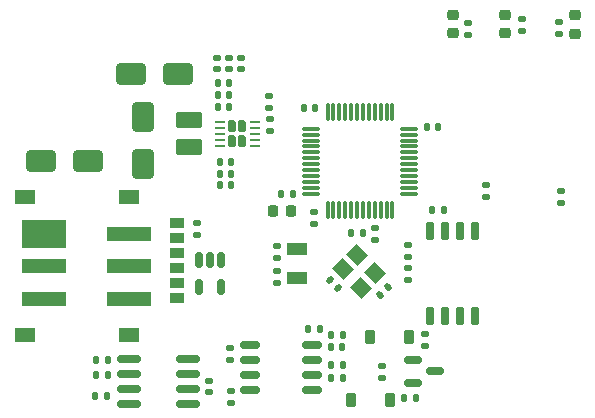
<source format=gbr>
G04 #@! TF.GenerationSoftware,KiCad,Pcbnew,7.0.2*
G04 #@! TF.CreationDate,2023-12-12T10:52:04+03:00*
G04 #@! TF.ProjectId,GPS_MODULE_V3.kicad_pro,4750535f-4d4f-4445-954c-455f56332e6b,rev?*
G04 #@! TF.SameCoordinates,Original*
G04 #@! TF.FileFunction,Paste,Top*
G04 #@! TF.FilePolarity,Positive*
%FSLAX46Y46*%
G04 Gerber Fmt 4.6, Leading zero omitted, Abs format (unit mm)*
G04 Created by KiCad (PCBNEW 7.0.2) date 2023-12-12 10:52:04*
%MOMM*%
%LPD*%
G01*
G04 APERTURE LIST*
G04 Aperture macros list*
%AMRoundRect*
0 Rectangle with rounded corners*
0 $1 Rounding radius*
0 $2 $3 $4 $5 $6 $7 $8 $9 X,Y pos of 4 corners*
0 Add a 4 corners polygon primitive as box body*
4,1,4,$2,$3,$4,$5,$6,$7,$8,$9,$2,$3,0*
0 Add four circle primitives for the rounded corners*
1,1,$1+$1,$2,$3*
1,1,$1+$1,$4,$5*
1,1,$1+$1,$6,$7*
1,1,$1+$1,$8,$9*
0 Add four rect primitives between the rounded corners*
20,1,$1+$1,$2,$3,$4,$5,0*
20,1,$1+$1,$4,$5,$6,$7,0*
20,1,$1+$1,$6,$7,$8,$9,0*
20,1,$1+$1,$8,$9,$2,$3,0*%
%AMRotRect*
0 Rectangle, with rotation*
0 The origin of the aperture is its center*
0 $1 length*
0 $2 width*
0 $3 Rotation angle, in degrees counterclockwise*
0 Add horizontal line*
21,1,$1,$2,0,0,$3*%
G04 Aperture macros list end*
%ADD10R,1.800000X1.000000*%
%ADD11RoundRect,0.140000X0.021213X-0.219203X0.219203X-0.021213X-0.021213X0.219203X-0.219203X0.021213X0*%
%ADD12RoundRect,0.250000X-0.650000X1.000000X-0.650000X-1.000000X0.650000X-1.000000X0.650000X1.000000X0*%
%ADD13RoundRect,0.140000X-0.170000X0.140000X-0.170000X-0.140000X0.170000X-0.140000X0.170000X0.140000X0*%
%ADD14RoundRect,0.135000X-0.185000X0.135000X-0.185000X-0.135000X0.185000X-0.135000X0.185000X0.135000X0*%
%ADD15RoundRect,0.135000X-0.135000X-0.185000X0.135000X-0.185000X0.135000X0.185000X-0.135000X0.185000X0*%
%ADD16RoundRect,0.140000X-0.140000X-0.170000X0.140000X-0.170000X0.140000X0.170000X-0.140000X0.170000X0*%
%ADD17RoundRect,0.140000X0.219203X0.021213X0.021213X0.219203X-0.219203X-0.021213X-0.021213X-0.219203X0*%
%ADD18RoundRect,0.140000X0.140000X0.170000X-0.140000X0.170000X-0.140000X-0.170000X0.140000X-0.170000X0*%
%ADD19RoundRect,0.218750X-0.256250X0.218750X-0.256250X-0.218750X0.256250X-0.218750X0.256250X0.218750X0*%
%ADD20RoundRect,0.150000X-0.587500X-0.150000X0.587500X-0.150000X0.587500X0.150000X-0.587500X0.150000X0*%
%ADD21RoundRect,0.135000X0.135000X0.185000X-0.135000X0.185000X-0.135000X-0.185000X0.135000X-0.185000X0*%
%ADD22RoundRect,0.218750X0.256250X-0.218750X0.256250X0.218750X-0.256250X0.218750X-0.256250X-0.218750X0*%
%ADD23RoundRect,0.172500X-0.172500X-0.332500X0.172500X-0.332500X0.172500X0.332500X-0.172500X0.332500X0*%
%ADD24RoundRect,0.062500X-0.350000X-0.062500X0.350000X-0.062500X0.350000X0.062500X-0.350000X0.062500X0*%
%ADD25RoundRect,0.135000X0.185000X-0.135000X0.185000X0.135000X-0.185000X0.135000X-0.185000X-0.135000X0*%
%ADD26RoundRect,0.150000X-0.150000X0.650000X-0.150000X-0.650000X0.150000X-0.650000X0.150000X0.650000X0*%
%ADD27RotRect,1.400000X1.200000X135.000000*%
%ADD28RoundRect,0.250000X1.000000X0.650000X-1.000000X0.650000X-1.000000X-0.650000X1.000000X-0.650000X0*%
%ADD29RoundRect,0.075000X0.075000X-0.662500X0.075000X0.662500X-0.075000X0.662500X-0.075000X-0.662500X0*%
%ADD30RoundRect,0.075000X0.662500X-0.075000X0.662500X0.075000X-0.662500X0.075000X-0.662500X-0.075000X0*%
%ADD31RoundRect,0.150000X0.825000X0.150000X-0.825000X0.150000X-0.825000X-0.150000X0.825000X-0.150000X0*%
%ADD32RoundRect,0.150000X-0.150000X0.512500X-0.150000X-0.512500X0.150000X-0.512500X0.150000X0.512500X0*%
%ADD33RoundRect,0.218750X-0.218750X-0.256250X0.218750X-0.256250X0.218750X0.256250X-0.218750X0.256250X0*%
%ADD34RoundRect,0.225000X-0.225000X-0.375000X0.225000X-0.375000X0.225000X0.375000X-0.225000X0.375000X0*%
%ADD35R,3.700000X2.400000*%
%ADD36R,3.700000X1.300000*%
%ADD37R,1.200000X0.900000*%
%ADD38R,1.800000X1.300000*%
%ADD39RoundRect,0.140000X0.170000X-0.140000X0.170000X0.140000X-0.170000X0.140000X-0.170000X-0.140000X0*%
%ADD40RoundRect,0.250001X0.849999X-0.462499X0.849999X0.462499X-0.849999X0.462499X-0.849999X-0.462499X0*%
%ADD41RoundRect,0.250000X-1.000000X-0.650000X1.000000X-0.650000X1.000000X0.650000X-1.000000X0.650000X0*%
%ADD42RoundRect,0.150000X-0.675000X-0.150000X0.675000X-0.150000X0.675000X0.150000X-0.675000X0.150000X0*%
G04 APERTURE END LIST*
D10*
X248400000Y-94950000D03*
X248400000Y-92450000D03*
D11*
X255432320Y-96382045D03*
X256111142Y-95703223D03*
D12*
X235300000Y-81300000D03*
X235300000Y-85300000D03*
D13*
X241600000Y-76320000D03*
X241600000Y-77280000D03*
D14*
X270710000Y-87590000D03*
X270710000Y-88610000D03*
D15*
X252910000Y-91110000D03*
X253930000Y-91110000D03*
D16*
X241845000Y-87105000D03*
X242805000Y-87105000D03*
X241665000Y-79445000D03*
X242625000Y-79445000D03*
D17*
X251869411Y-95769411D03*
X251190589Y-95090589D03*
D18*
X260770000Y-89200000D03*
X259810000Y-89200000D03*
D19*
X271930000Y-72703776D03*
X271930000Y-74278776D03*
D20*
X258202500Y-101900000D03*
X258202500Y-103800000D03*
X260077500Y-102850000D03*
D21*
X258470000Y-105110000D03*
X257450000Y-105110000D03*
D16*
X241835000Y-85135000D03*
X242795000Y-85135000D03*
D22*
X265970000Y-74237500D03*
X265970000Y-72662500D03*
D23*
X242900000Y-82100000D03*
X242900000Y-83350000D03*
X243750000Y-82100000D03*
X243750000Y-83350000D03*
D24*
X241862500Y-81725000D03*
X241862500Y-82225000D03*
X241862500Y-82725000D03*
X241862500Y-83225000D03*
X241862500Y-83725000D03*
X244787500Y-83725000D03*
X244787500Y-83225000D03*
X244787500Y-82725000D03*
X244787500Y-82225000D03*
X244787500Y-81725000D03*
D13*
X249800000Y-89370000D03*
X249800000Y-90330000D03*
D25*
X259200000Y-100710000D03*
X259200000Y-99690000D03*
D26*
X263405000Y-90950000D03*
X262135000Y-90950000D03*
X260865000Y-90950000D03*
X259595000Y-90950000D03*
X259595000Y-98150000D03*
X260865000Y-98150000D03*
X262135000Y-98150000D03*
X263405000Y-98150000D03*
D27*
X255000000Y-94550000D03*
X253444365Y-92994365D03*
X252242284Y-94196446D03*
X253797919Y-95752081D03*
D28*
X238300000Y-77700000D03*
X234300000Y-77700000D03*
D18*
X232330000Y-101850000D03*
X231370000Y-101850000D03*
D29*
X250950000Y-89212500D03*
X251450000Y-89212500D03*
X251950000Y-89212500D03*
X252450000Y-89212500D03*
X252950000Y-89212500D03*
X253450000Y-89212500D03*
X253950000Y-89212500D03*
X254450000Y-89212500D03*
X254950000Y-89212500D03*
X255450000Y-89212500D03*
X255950000Y-89212500D03*
X256450000Y-89212500D03*
D30*
X257862500Y-87800000D03*
X257862500Y-87300000D03*
X257862500Y-86800000D03*
X257862500Y-86300000D03*
X257862500Y-85800000D03*
X257862500Y-85300000D03*
X257862500Y-84800000D03*
X257862500Y-84300000D03*
X257862500Y-83800000D03*
X257862500Y-83300000D03*
X257862500Y-82800000D03*
X257862500Y-82300000D03*
D29*
X256450000Y-80887500D03*
X255950000Y-80887500D03*
X255450000Y-80887500D03*
X254950000Y-80887500D03*
X254450000Y-80887500D03*
X253950000Y-80887500D03*
X253450000Y-80887500D03*
X252950000Y-80887500D03*
X252450000Y-80887500D03*
X251950000Y-80887500D03*
X251450000Y-80887500D03*
X250950000Y-80887500D03*
D30*
X249537500Y-82300000D03*
X249537500Y-82800000D03*
X249537500Y-83300000D03*
X249537500Y-83800000D03*
X249537500Y-84300000D03*
X249537500Y-84800000D03*
X249537500Y-85300000D03*
X249537500Y-85800000D03*
X249537500Y-86300000D03*
X249537500Y-86800000D03*
X249537500Y-87300000D03*
X249537500Y-87800000D03*
D31*
X239100000Y-105650000D03*
X239100000Y-104380000D03*
X239100000Y-103110000D03*
X239100000Y-101840000D03*
X234150000Y-101840000D03*
X234150000Y-103110000D03*
X234150000Y-104380000D03*
X234150000Y-105650000D03*
D18*
X248010000Y-87807500D03*
X247050000Y-87807500D03*
D13*
X242600000Y-76320000D03*
X242600000Y-77280000D03*
D32*
X241950000Y-93400000D03*
X241000000Y-93400000D03*
X240050000Y-93400000D03*
X240050000Y-95675000D03*
X241950000Y-95675000D03*
D33*
X246312500Y-89257500D03*
X247887500Y-89257500D03*
D18*
X249910000Y-80550000D03*
X248950000Y-80550000D03*
D14*
X262820000Y-73353334D03*
X262820000Y-74373334D03*
D15*
X251260000Y-102300000D03*
X252280000Y-102300000D03*
D34*
X252940000Y-105270000D03*
X256240000Y-105270000D03*
D14*
X246015000Y-79505000D03*
X246015000Y-80525000D03*
D35*
X226950000Y-91210000D03*
D36*
X234130000Y-91240000D03*
X226950000Y-93900000D03*
X234130000Y-93930000D03*
X234130000Y-96680000D03*
X226950000Y-96710000D03*
D37*
X238220000Y-90310000D03*
X238220000Y-92850000D03*
X238220000Y-95390000D03*
X238220000Y-91580000D03*
X238220000Y-94120000D03*
X238220000Y-96660000D03*
D38*
X234120000Y-88060000D03*
X225320000Y-88060000D03*
X234130000Y-99780000D03*
X225330000Y-99780000D03*
D25*
X267420000Y-74060000D03*
X267420000Y-73040000D03*
D15*
X251230000Y-103400000D03*
X252250000Y-103400000D03*
D18*
X250280000Y-99300000D03*
X249320000Y-99300000D03*
D13*
X240885000Y-103620000D03*
X240885000Y-104580000D03*
X239900000Y-90320000D03*
X239900000Y-91280000D03*
D25*
X264410000Y-88110000D03*
X264410000Y-87090000D03*
D14*
X270590000Y-73260000D03*
X270590000Y-74280000D03*
D13*
X254970000Y-90730000D03*
X254970000Y-91690000D03*
D16*
X259350000Y-82190000D03*
X260310000Y-82190000D03*
X251260000Y-99750000D03*
X252220000Y-99750000D03*
D39*
X246700000Y-93230000D03*
X246700000Y-92270000D03*
D16*
X241655000Y-78435000D03*
X242615000Y-78435000D03*
D19*
X261550000Y-72642500D03*
X261550000Y-74217500D03*
D21*
X232310000Y-104950000D03*
X231290000Y-104950000D03*
X232367500Y-103125000D03*
X231347500Y-103125000D03*
D40*
X239212500Y-83862500D03*
X239212500Y-81537500D03*
D16*
X241835000Y-86115000D03*
X242795000Y-86115000D03*
D41*
X226700000Y-85000000D03*
X230700000Y-85000000D03*
D25*
X242700000Y-101910000D03*
X242700000Y-100890000D03*
D42*
X244400000Y-100650000D03*
X244400000Y-101920000D03*
X244400000Y-103190000D03*
X244400000Y-104460000D03*
X249650000Y-104460000D03*
X249650000Y-103190000D03*
X249650000Y-101920000D03*
X249650000Y-100650000D03*
D25*
X255560000Y-103380000D03*
X255560000Y-102360000D03*
D34*
X254550000Y-99900000D03*
X257850000Y-99900000D03*
D16*
X241655000Y-80455000D03*
X242615000Y-80455000D03*
D14*
X246045000Y-81465000D03*
X246045000Y-82485000D03*
D16*
X251240000Y-100770000D03*
X252200000Y-100770000D03*
D25*
X257750000Y-95120000D03*
X257750000Y-94100000D03*
D13*
X246700000Y-94370000D03*
X246700000Y-95330000D03*
D39*
X257740000Y-93140000D03*
X257740000Y-92180000D03*
D25*
X242740000Y-105500000D03*
X242740000Y-104480000D03*
D13*
X243610000Y-76310000D03*
X243610000Y-77270000D03*
M02*

</source>
